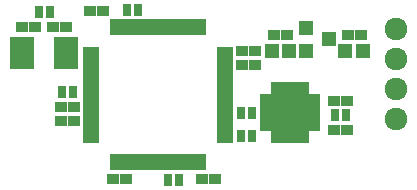
<source format=gbr>
G04 #@! TF.FileFunction,Soldermask,Top*
%FSLAX46Y46*%
G04 Gerber Fmt 4.6, Leading zero omitted, Abs format (unit mm)*
G04 Created by KiCad (PCBNEW 4.0.2-stable) date 2017年05月12日 星期五 07:52:48*
%MOMM*%
G01*
G04 APERTURE LIST*
%ADD10C,0.100000*%
%ADD11R,1.000000X0.900000*%
%ADD12R,1.200000X1.150000*%
%ADD13C,1.924000*%
%ADD14R,0.800000X1.000000*%
%ADD15R,1.200100X1.200100*%
%ADD16R,1.400000X0.650000*%
%ADD17R,0.650000X1.400000*%
%ADD18R,0.700000X1.250000*%
%ADD19R,1.250000X0.700000*%
%ADD20R,1.700000X1.700000*%
%ADD21R,2.100000X2.800000*%
G04 APERTURE END LIST*
D10*
D11*
X167050000Y-90725000D03*
X165950000Y-90725000D03*
D12*
X187600000Y-94100000D03*
X189100000Y-94100000D03*
D11*
X187800000Y-92750000D03*
X188900000Y-92750000D03*
X182650000Y-92750000D03*
X181550000Y-92750000D03*
D12*
X182850000Y-94100000D03*
X181350000Y-94100000D03*
D11*
X164625000Y-100100000D03*
X163525000Y-100100000D03*
X169000000Y-104975000D03*
X167900000Y-104975000D03*
X178875000Y-94100000D03*
X179975000Y-94100000D03*
X164625000Y-98900000D03*
X163525000Y-98900000D03*
X175500000Y-104975000D03*
X176600000Y-104975000D03*
X163950000Y-92125000D03*
X162850000Y-92125000D03*
X160250000Y-92125000D03*
X161350000Y-92125000D03*
X187725000Y-100850000D03*
X186625000Y-100850000D03*
X179975000Y-95300000D03*
X178875000Y-95300000D03*
X186625000Y-98350000D03*
X187725000Y-98350000D03*
D13*
X191900000Y-92275000D03*
X191900000Y-94800000D03*
X191900000Y-97355000D03*
X191900000Y-99895000D03*
D14*
X169100000Y-90675000D03*
X170000000Y-90675000D03*
X172600000Y-105025000D03*
X173500000Y-105025000D03*
X163625000Y-97650000D03*
X164525000Y-97650000D03*
X161650000Y-90800000D03*
X162550000Y-90800000D03*
X178775000Y-101350000D03*
X179675000Y-101350000D03*
X178775000Y-99350000D03*
X179675000Y-99350000D03*
X187625000Y-99600000D03*
X186725000Y-99600000D03*
D15*
X184224240Y-92200000D03*
X184224240Y-94100000D03*
X186223220Y-93150000D03*
D16*
X166050000Y-94100000D03*
X166050000Y-94600000D03*
X166050000Y-95100000D03*
X166050000Y-95600000D03*
X166050000Y-96100000D03*
X166050000Y-96600000D03*
X166050000Y-97100000D03*
X166050000Y-97600000D03*
X166050000Y-98100000D03*
X166050000Y-98600000D03*
X166050000Y-99100000D03*
X166050000Y-99600000D03*
X166050000Y-100100000D03*
X166050000Y-100600000D03*
X166050000Y-101100000D03*
X166050000Y-101600000D03*
D17*
X168000000Y-103550000D03*
X168500000Y-103550000D03*
X169000000Y-103550000D03*
X169500000Y-103550000D03*
X170000000Y-103550000D03*
X170500000Y-103550000D03*
X171000000Y-103550000D03*
X171500000Y-103550000D03*
X172000000Y-103550000D03*
X172500000Y-103550000D03*
X173000000Y-103550000D03*
X173500000Y-103550000D03*
X174000000Y-103550000D03*
X174500000Y-103550000D03*
X175000000Y-103550000D03*
X175500000Y-103550000D03*
D16*
X177450000Y-101600000D03*
X177450000Y-101100000D03*
X177450000Y-100600000D03*
X177450000Y-100100000D03*
X177450000Y-99600000D03*
X177450000Y-99100000D03*
X177450000Y-98600000D03*
X177450000Y-98100000D03*
X177450000Y-97600000D03*
X177450000Y-97100000D03*
X177450000Y-96600000D03*
X177450000Y-96100000D03*
X177450000Y-95600000D03*
X177450000Y-95100000D03*
X177450000Y-94600000D03*
X177450000Y-94100000D03*
D17*
X175500000Y-92150000D03*
X175000000Y-92150000D03*
X174500000Y-92150000D03*
X174000000Y-92150000D03*
X173500000Y-92150000D03*
X173000000Y-92150000D03*
X172500000Y-92150000D03*
X172000000Y-92150000D03*
X171500000Y-92150000D03*
X171000000Y-92150000D03*
X170500000Y-92150000D03*
X170000000Y-92150000D03*
X169500000Y-92150000D03*
X169000000Y-92150000D03*
X168500000Y-92150000D03*
X168000000Y-92150000D03*
D18*
X181650000Y-101300000D03*
X182150000Y-101300000D03*
X182650000Y-101300000D03*
X183150000Y-101300000D03*
X183650000Y-101300000D03*
X184150000Y-101300000D03*
D19*
X184850000Y-100600000D03*
X184850000Y-100100000D03*
X184850000Y-99600000D03*
X184850000Y-99100000D03*
X184850000Y-98600000D03*
X184850000Y-98100000D03*
D18*
X184150000Y-97400000D03*
X183650000Y-97400000D03*
X183150000Y-97400000D03*
X182650000Y-97400000D03*
X182150000Y-97400000D03*
X181650000Y-97400000D03*
D19*
X180950000Y-98100000D03*
X180950000Y-98600000D03*
X180950000Y-99100000D03*
X180950000Y-99600000D03*
X180950000Y-100100000D03*
X180950000Y-100600000D03*
D20*
X183550000Y-98700000D03*
X182250000Y-98700000D03*
X183550000Y-100000000D03*
X182250000Y-100000000D03*
D21*
X163950000Y-94350000D03*
X160250000Y-94350000D03*
M02*

</source>
